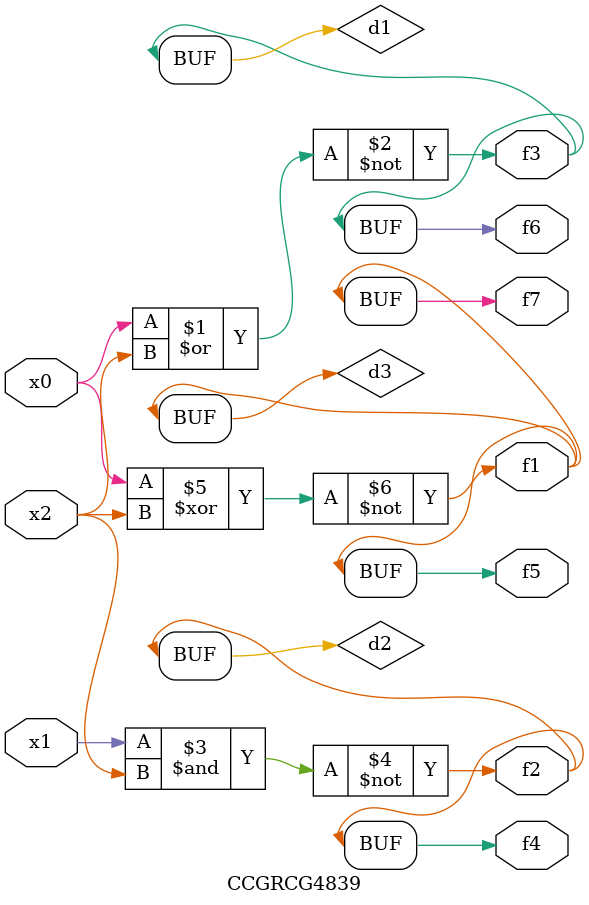
<source format=v>
module CCGRCG4839(
	input x0, x1, x2,
	output f1, f2, f3, f4, f5, f6, f7
);

	wire d1, d2, d3;

	nor (d1, x0, x2);
	nand (d2, x1, x2);
	xnor (d3, x0, x2);
	assign f1 = d3;
	assign f2 = d2;
	assign f3 = d1;
	assign f4 = d2;
	assign f5 = d3;
	assign f6 = d1;
	assign f7 = d3;
endmodule

</source>
